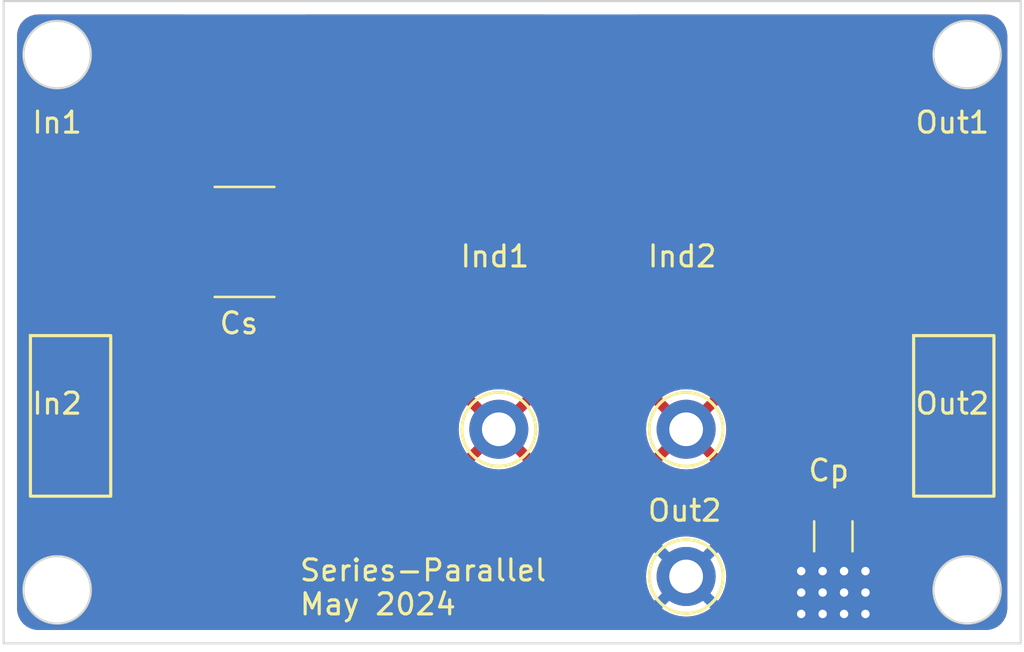
<source format=kicad_pcb>
(kicad_pcb (version 20221018) (generator pcbnew)
  (layers (0 "F.Cu" signal) (31 "B.Cu" signal) (34 "B.Paste" user) (35 "F.Paste" user) (36 "B.SilkS" user "B.Silkscreen") (37 "F.SilkS" user "F.Silkscreen") (38 "B.Mask" user) (39 "F.Mask" user) (44 "Edge.Cuts" user))
  (net 0 "")
  (net 1 "Net-(C1-Pad1)")
  (net 2 "Net-(C1-Pad2)")
  (net 3 "Net-(C2-Pad1)")
  (net 4 "Net-(C2-Pad2)")
  (footprint "Capacitor_SMD:C_1206_3216Metric" (layer "F.Cu") (at 182.88 111.76 -90)
    (fp_text reference "C1" hide)
    (fp_text value "Cp" hide)
    (fp_line (start -0.711252 -0.91) (end 0.711252 -0.91) (stroke (width 0.12)) (layer "F.SilkS"))
    (fp_line (start -0.711252 0.91) (end 0.711252 0.91) (stroke (width 0.12)) (layer "F.SilkS"))
    (pad "1" smd roundrect (at -1.475 0 270) (size 1.15 1.8) (layers "F.Cu" "F.Paste" "F.Mask") (roundrect_rratio 0.217391) (net 1 "Net-(C1-Pad1)"))
    (pad "2" smd roundrect (at 1.475 0 270) (size 1.15 1.8) (layers "F.Cu" "F.Paste" "F.Mask") (roundrect_rratio 0.217391) (net 2 "Net-(C1-Pad2)"))
  )
  (footprint "custom_assets_mit:output_pad_4x8mm" (layer "F.Cu") (at 146.685 97.155 -90)
    (fp_text reference "TP1" hide)
    (fp_text value "TestPoint")
    (pad "1" smd roundrect (at 0 0 270) (size 8 4) (layers "F.Cu" "F.Mask") (net 3 "Net-(C2-Pad1)"))
  )
  (footprint "TestPoint:TestPoint_Keystone_5005-5009_Compact" (layer "F.Cu") (at 175.895 113.665)
    (fp_text reference "TP7" hide)
    (fp_text value "TestPoint")
    (fp_circle (center 0 0) (end 1.75 0) (stroke (width 0.15)) (fill none) (layer "F.SilkS"))
    (pad "1" thru_hole circle (at 0 0) (size 2.8 2.8) (drill 1.6) (layers "*.Cu" "*.Mask") (net 2 "Net-(C1-Pad2)"))
  )
  (footprint "custom_assets_mit:output_pad_4x8mm" (layer "F.Cu") (at 188.595 97.155 90)
    (fp_text reference "TP5" hide)
    (fp_text value "TestPoint")
    (pad "1" smd roundrect (at 0 0 90) (size 8 4) (layers "F.Cu" "F.Mask") (net 1 "Net-(C1-Pad1)"))
  )
  (footprint "custom_assets_mit:output_pad_4x8mm" (layer "F.Cu") (at 165.735 90.17)
    (fp_text reference "TP3" hide)
    (fp_text value "TestPoint")
    (pad "1" smd roundrect (at 0 0) (size 8 4) (layers "F.Cu" "F.Mask") (net 4 "Net-(C2-Pad2)"))
  )
  (footprint "TestPoint:TestPoint_Keystone_5005-5009_Compact" (layer "F.Cu") (at 167.005 106.68)
    (fp_text reference "TP9" hide)
    (fp_text value "TestPoint")
    (fp_circle (center 0 0) (end 1.75 0) (stroke (width 0.15)) (fill none) (layer "F.SilkS"))
    (pad "1" thru_hole circle (at 0 0) (size 2.8 2.8) (drill 1.6) (layers "*.Cu" "*.Mask") (net 4 "Net-(C2-Pad2)"))
  )
  (footprint "TestPoint:TestPoint_Keystone_5005-5009_Compact" (layer "F.Cu") (at 175.895 106.68)
    (fp_text reference "TP8" hide)
    (fp_text value "TestPoint")
    (fp_circle (center 0 0) (end 1.75 0) (stroke (width 0.15)) (fill none) (layer "F.SilkS"))
    (pad "1" thru_hole circle (at 0 0) (size 2.8 2.8) (drill 1.6) (layers "*.Cu" "*.Mask") (net 1 "Net-(C1-Pad1)"))
  )
  (footprint "custom_assets_mit:output_pad_4x8mm" (layer "F.Cu") (at 177.165 90.17)
    (fp_text reference "TP4" hide)
    (fp_text value "TestPoint")
    (pad "1" smd roundrect (at 0 0) (size 8 4) (layers "F.Cu" "F.Mask") (net 1 "Net-(C1-Pad1)"))
  )
  (footprint "Capacitor_SMD:C_2220_5750Metric" (layer "F.Cu") (at 154.94 97.79)
    (fp_text reference "C2" hide)
    (fp_text value "Cs")
    (fp_line (start -1.415748 -2.61) (end 1.415748 -2.61) (stroke (width 0.12)) (layer "F.SilkS"))
    (fp_line (start -1.415748 2.61) (end 1.415748 2.61) (stroke (width 0.12)) (layer "F.SilkS"))
    (pad "1" smd roundrect (at -2.55 0) (size 1.8 5.4) (layers "F.Cu" "F.Paste" "F.Mask") (roundrect_rratio 0.138889) (net 3 "Net-(C2-Pad1)"))
    (pad "2" smd roundrect (at 2.55 0) (size 1.8 5.4) (layers "F.Cu" "F.Paste" "F.Mask") (roundrect_rratio 0.138889) (net 4 "Net-(C2-Pad2)"))
  )
  (footprint "custom_assets_mit:output_pad_4x8mm" (layer "B.Cu") (at 188.595 106.045 90)
    (fp_text reference "TP2" hide)
    (fp_text value "TestPoint")
    (pad "1" smd roundrect (at 0 0 90) (size 8 4) (layers "B.Cu" "B.Mask") (net 2 "Net-(C1-Pad2)"))
  )
  (footprint "custom_assets_mit:output_pad_4x8mm" (layer "B.Cu") (at 146.685 106.045 90)
    (fp_text reference "TP6" hide)
    (fp_text value "TestPoint")
    (pad "1" smd roundrect (at 0 0 90) (size 8 4) (layers "B.Cu" "B.Mask") (net 2 "Net-(C1-Pad2)"))
  )
  (gr_rect (start 144.78 102.235) (end 148.59 109.855) (stroke (width 0.15)) (fill none) (layer "F.SilkS"))
  (gr_rect (start 186.69 102.235) (end 190.5 109.855) (stroke (width 0.15)) (fill none) (layer "F.SilkS"))
  (gr_circle (center 146.05 88.9) (end 147.65 88.9) (stroke (width 0.1)) (fill none) (layer "Edge.Cuts"))
  (gr_rect (start 143.51 86.36) (end 191.77 116.84) (stroke (width 0.1)) (fill none) (layer "Edge.Cuts"))
  (gr_circle (center 189.23 114.3) (end 190.83 114.3) (stroke (width 0.1)) (fill none) (layer "Edge.Cuts"))
  (gr_circle (center 146.05 114.3) (end 147.65 114.3) (stroke (width 0.1)) (fill none) (layer "Edge.Cuts"))
  (gr_circle (center 189.23 88.9) (end 190.83 88.9) (stroke (width 0.1)) (fill none) (layer "Edge.Cuts"))
  (gr_text "Ind1" (at 165.1 99.06) (layer "F.SilkS") (effects (font (size 1 1)) (justify left bottom)))
  (gr_text "Ind2" (at 173.99 99.06) (layer "F.SilkS") (effects (font (size 1 1)) (justify left bottom)))
  (gr_text "In2" (at 144.78 106.045) (layer "F.SilkS") (effects (font (size 1 1)) (justify left bottom)))
  (gr_text "Cp" (at 181.61 109.22) (layer "F.SilkS") (effects (font (size 1 1)) (justify left bottom)))
  (gr_text "In1" (at 144.78 92.71) (layer "F.SilkS") (effects (font (size 1 1)) (justify left bottom)))
  (gr_text "Out2" (at 173.99 111.125) (layer "F.SilkS") (effects (font (size 1 1)) (justify left bottom)))
  (gr_text "Out1" (at 186.69 92.71) (layer "F.SilkS") (effects (font (size 1 1)) (justify left bottom)))
  (gr_text "Series-Parallel\nMay 2024" (at 157.48 115.57) (layer "F.SilkS") (effects (font (size 1 1)) (justify left bottom)))
  (gr_text "Out2" (at 186.69 106.045) (layer "F.SilkS") (effects (font (size 1 1)) (justify left bottom)))
  (gr_text "Cs" (at 153.67 102.235) (layer "F.SilkS") (effects (font (size 1 1)) (justify left bottom)))
  (via (at 184.404 115.443) (size 0.8) (drill 0.4) (layers "F.Cu" "B.Cu") (net 2))
  (via (at 181.356 113.411) (size 0.8) (drill 0.4) (layers "F.Cu" "B.Cu") (net 2))
  (via (at 183.388 115.443) (size 0.8) (drill 0.4) (layers "F.Cu" "B.Cu") (net 2))
  (via (at 182.372 113.411) (size 0.8) (drill 0.4) (layers "F.Cu" "B.Cu") (net 2))
  (via (at 182.372 115.443) (size 0.8) (drill 0.4) (layers "F.Cu" "B.Cu") (net 2))
  (via (at 181.356 114.427) (size 0.8) (drill 0.4) (layers "F.Cu" "B.Cu") (net 2))
  (via (at 184.404 114.427) (size 0.8) (drill 0.4) (layers "F.Cu" "B.Cu") (net 2))
  (via (at 183.388 113.411) (size 0.8) (drill 0.4) (layers "F.Cu" "B.Cu") (net 2))
  (via (at 183.388 114.427) (size 0.8) (drill 0.4) (layers "F.Cu" "B.Cu") (net 2))
  (via (at 181.356 115.443) (size 0.8) (drill 0.4) (layers "F.Cu" "B.Cu") (net 2))
  (via (at 184.404 113.411) (size 0.8) (drill 0.4) (layers "F.Cu" "B.Cu") (net 2))
  (via (at 182.372 114.427) (size 0.8) (drill 0.4) (layers "F.Cu" "B.Cu") (net 2))
  (zone (net 3) (net_name "Net-(C2-Pad1)") (layer "F.Cu") (connect_pads yes (clearance 0.5)) (min_thickness 0.25) (fill yes (thermal_gap 0.5) (thermal_bridge_width 0.5) (smoothing fillet) (radius 1.016))
    (polygon (pts (xy 144.145 86.995) (xy 153.035 86.995) (xy 153.035 116.205) (xy 144.145 116.205)))
  )
  (zone (net 4) (net_name "Net-(C2-Pad2)") (layer "F.Cu") (priority 3) (connect_pads thru_hole_only (clearance 0.5)) (min_thickness 0.25) (fill yes (thermal_gap 0.5) (thermal_bridge_width 0.5) (smoothing fillet) (radius 1.016))
    (polygon (pts (xy 156.845 86.995) (xy 170.18 86.995) (xy 170.18 116.205) (xy 156.845 116.205)))
  )
  (zone (net 1) (net_name "Net-(C1-Pad1)") (layer "F.Cu") (connect_pads thru_hole_only (clearance 0.5)) (min_thickness 0.25) (fill yes (thermal_gap 0.5) (thermal_bridge_width 0.5) (smoothing fillet) (radius 1.016))
    (polygon (pts (xy 172.593 86.995) (xy 191.135 86.995) (xy 191.135 116.205) (xy 186.055 116.205) (xy 186.055 111.125) (xy 179.705 111.125) (xy 179.705 116.205) (xy 172.593 116.205)))
  )
  (zone (net 2) (net_name "Net-(C1-Pad2)") (layer "F.Cu") (priority 1) (connect_pads yes (clearance 0.5)) (min_thickness 0.25) (fill yes (thermal_gap 0.5) (thermal_bridge_width 0.5) (smoothing fillet) (radius 1.016))
    (polygon (pts (xy 180.594 112.649) (xy 185.039 112.649) (xy 185.039 116.205) (xy 180.594 116.205)))
  )
  (zone (net 2) (net_name "Net-(C1-Pad2)") (layer "B.Cu") (priority 2) (connect_pads thru_hole_only (clearance 0.5)) (min_thickness 0.25) (fill yes (thermal_gap 0.5) (thermal_bridge_width 0.5) (smoothing fillet) (radius 1.016))
    (polygon (pts (xy 191.135 86.995) (xy 191.135 116.205) (xy 144.145 116.205) (xy 144.145 86.995)))
  )
)
</source>
